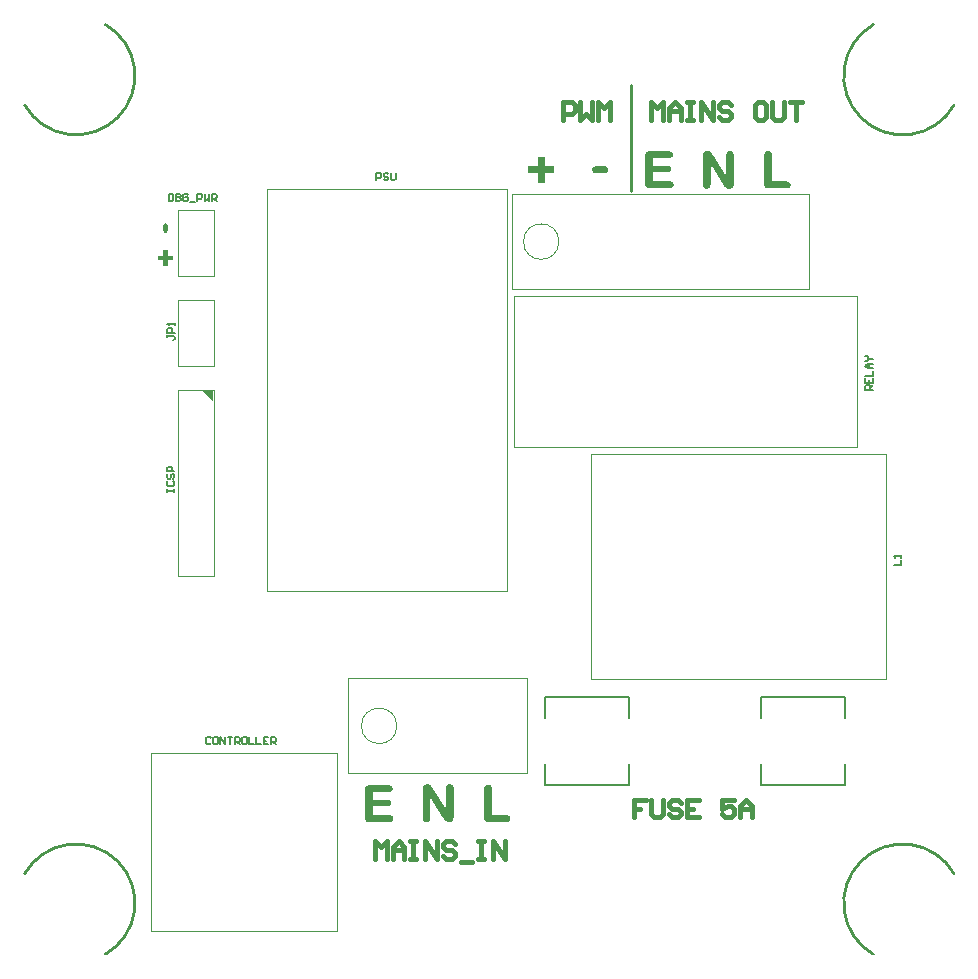
<source format=gbr>
%TF.GenerationSoftware,Altium Limited,Altium Designer,20.1.8 (145)*%
G04 Layer_Color=16777215*
%FSLAX45Y45*%
%MOMM*%
%TF.SameCoordinates,6D2D8FCC-EB96-405E-AB85-A4400E8CD33B*%
%TF.FilePolarity,Positive*%
%TF.FileFunction,Legend,Top*%
%TF.Part,Single*%
G01*
G75*
%TA.AperFunction,NonConductor*%
%ADD38C,0.25000*%
%ADD39C,0.25400*%
%ADD41C,0.10160*%
%ADD42C,0.12700*%
%ADD64C,0.40000*%
G36*
X1663200Y4841000D02*
Y4741000D01*
X1563200Y4841000D01*
X1663200D01*
D02*
G37*
G36*
X1680840Y4754500D02*
D01*
D02*
G37*
G36*
X3154518Y1496794D02*
X3158221Y1496331D01*
X3162386Y1495405D01*
X3166551Y1494017D01*
X3170716Y1492166D01*
X3173955Y1489389D01*
X3174418Y1488926D01*
X3175344Y1488001D01*
X3176732Y1486149D01*
X3178583Y1483835D01*
X3179972Y1481059D01*
X3181360Y1477819D01*
X3182285Y1473654D01*
X3182748Y1469489D01*
Y1469026D01*
Y1467638D01*
X3182285Y1465324D01*
X3181823Y1462084D01*
X3180434Y1458845D01*
X3179046Y1455605D01*
X3176732Y1452366D01*
X3173955Y1449126D01*
X3173493Y1448664D01*
X3172567Y1448201D01*
X3170253Y1446812D01*
X3167939Y1445424D01*
X3164237Y1444036D01*
X3160072Y1443110D01*
X3154981Y1442185D01*
X3148965Y1441722D01*
X3015682D01*
Y1375543D01*
X3141097D01*
X3143874Y1375080D01*
X3147114Y1374618D01*
X3151279Y1373692D01*
X3154981Y1372304D01*
X3159146Y1370452D01*
X3162386Y1367676D01*
X3162848Y1367213D01*
X3163774Y1366287D01*
X3165162Y1364899D01*
X3166551Y1362585D01*
X3167939Y1359808D01*
X3169327Y1356569D01*
X3170253Y1352404D01*
X3170716Y1348239D01*
Y1347776D01*
Y1346387D01*
X3170253Y1344074D01*
X3169790Y1341297D01*
X3168865Y1338057D01*
X3167013Y1334818D01*
X3165162Y1331578D01*
X3162386Y1328339D01*
X3161923Y1327876D01*
X3160997Y1327413D01*
X3159146Y1326025D01*
X3156369Y1324636D01*
X3153130Y1323248D01*
X3148965Y1322322D01*
X3143874Y1321397D01*
X3138321Y1320934D01*
X3015682D01*
Y1242723D01*
X3156832D01*
X3159609Y1242260D01*
X3163311Y1241797D01*
X3167476Y1240872D01*
X3171641Y1239021D01*
X3175344Y1237169D01*
X3179046Y1234393D01*
X3179509Y1233930D01*
X3180434Y1233004D01*
X3181823Y1231153D01*
X3183674Y1228839D01*
X3185062Y1226063D01*
X3186451Y1222360D01*
X3187376Y1218658D01*
X3187839Y1214030D01*
Y1213567D01*
Y1212179D01*
X3187376Y1209865D01*
X3186913Y1206625D01*
X3185525Y1203386D01*
X3184137Y1200146D01*
X3181823Y1196907D01*
X3179046Y1193667D01*
X3178583Y1193205D01*
X3177658Y1192279D01*
X3175344Y1191353D01*
X3172567Y1189965D01*
X3168865Y1188114D01*
X3164700Y1187188D01*
X3159609Y1186263D01*
X3154055Y1185800D01*
X2983287D01*
X2979584Y1186263D01*
X2974956Y1187188D01*
X2969866Y1188114D01*
X2964775Y1189965D01*
X2959684Y1192279D01*
X2955519Y1195519D01*
X2955057Y1195981D01*
X2954131Y1197370D01*
X2952280Y1199684D01*
X2950891Y1203386D01*
X2949040Y1208014D01*
X2947189Y1213105D01*
X2946264Y1220046D01*
X2945801Y1227451D01*
Y1455143D01*
Y1455605D01*
Y1457457D01*
X2946264Y1460233D01*
Y1463473D01*
X2947652Y1471340D01*
X2948578Y1475043D01*
X2949966Y1478745D01*
X2950429Y1479208D01*
X2950891Y1480133D01*
X2951817Y1481984D01*
X2953668Y1484298D01*
X2957833Y1488926D01*
X2960610Y1490777D01*
X2963850Y1492628D01*
X2964312D01*
X2965701Y1493554D01*
X2967552Y1494017D01*
X2970329Y1494942D01*
X2973568Y1495868D01*
X2977733Y1496331D01*
X2981898Y1497256D01*
X3151741D01*
X3154518Y1496794D01*
D02*
G37*
G36*
X1261058Y6255117D02*
X1263557Y6254561D01*
X1265778Y6253728D01*
X1267444Y6252618D01*
X1268832Y6251785D01*
X1269942Y6250952D01*
X1270498Y6250397D01*
X1270775Y6250119D01*
X1272441Y6247898D01*
X1273551Y6245400D01*
X1274384Y6242901D01*
X1274940Y6240403D01*
X1275217Y6238182D01*
X1275495Y6236516D01*
Y6195705D01*
X1275217Y6192096D01*
X1274662Y6188765D01*
X1274107Y6185989D01*
X1272996Y6183768D01*
X1272163Y6182102D01*
X1271608Y6180991D01*
X1271053Y6180159D01*
X1270775Y6179881D01*
X1268832Y6178215D01*
X1266611Y6176827D01*
X1264668Y6175994D01*
X1262724Y6175161D01*
X1260781Y6174884D01*
X1259393Y6174606D01*
X1258560D01*
X1258282D01*
X1255506Y6174884D01*
X1253007Y6175439D01*
X1250786Y6176272D01*
X1248843Y6177382D01*
X1247455Y6178493D01*
X1246344Y6179326D01*
X1245789Y6179881D01*
X1245512Y6180159D01*
X1243846Y6182380D01*
X1242735Y6184878D01*
X1241625Y6187377D01*
X1241070Y6189875D01*
X1240792Y6192096D01*
X1240514Y6194040D01*
Y6234850D01*
X1240792Y6238459D01*
X1241347Y6241513D01*
X1242180Y6244289D01*
X1243013Y6246510D01*
X1243846Y6248176D01*
X1244679Y6249286D01*
X1245234Y6250119D01*
X1245512Y6250397D01*
X1247455Y6252063D01*
X1249676Y6253173D01*
X1251619Y6254284D01*
X1253840Y6254839D01*
X1255506Y6255117D01*
X1256894Y6255394D01*
X1258005D01*
X1258282D01*
X1261058Y6255117D01*
D02*
G37*
G36*
X1277326Y5979601D02*
X1324799D01*
Y5942400D01*
X1277326D01*
Y5894649D01*
X1239847D01*
Y5942400D01*
X1192374D01*
Y5979601D01*
X1239847D01*
Y6027352D01*
X1277326D01*
Y5979601D01*
D02*
G37*
G36*
X4976980Y6737468D02*
X4980682Y6737005D01*
X4984847Y6736079D01*
X4989012Y6734228D01*
X4993177Y6732377D01*
X4996880Y6729600D01*
X4997343Y6729138D01*
X4998268Y6728212D01*
X4999656Y6726361D01*
X5001508Y6724047D01*
X5003359Y6720807D01*
X5004747Y6717105D01*
X5005673Y6712940D01*
X5006136Y6708312D01*
Y6707849D01*
Y6706461D01*
X5005673Y6704147D01*
X5005210Y6700908D01*
X5003822Y6697668D01*
X5002433Y6694429D01*
X5000119Y6690726D01*
X4997343Y6687487D01*
X4996880Y6687024D01*
X4995491Y6686098D01*
X4993640Y6685173D01*
X4990864Y6683784D01*
X4987161Y6681933D01*
X4982533Y6681008D01*
X4976980Y6680082D01*
X4970964Y6679619D01*
X4902934D01*
X4900157Y6680082D01*
X4896455Y6680545D01*
X4892290Y6681471D01*
X4888125Y6682859D01*
X4883959Y6684710D01*
X4880257Y6687487D01*
X4879794Y6687950D01*
X4878869Y6688875D01*
X4877480Y6690726D01*
X4876092Y6693040D01*
X4874241Y6695817D01*
X4872853Y6699519D01*
X4871927Y6703684D01*
X4871464Y6708312D01*
Y6708775D01*
Y6710626D01*
X4871927Y6712940D01*
X4872390Y6715717D01*
X4873315Y6719419D01*
X4875167Y6722659D01*
X4877018Y6726361D01*
X4879794Y6729600D01*
X4880257Y6730063D01*
X4881646Y6730989D01*
X4883497Y6732377D01*
X4886273Y6733766D01*
X4889976Y6735154D01*
X4894604Y6736542D01*
X4899694Y6737468D01*
X4905711Y6737931D01*
X4973740D01*
X4976980Y6737468D01*
D02*
G37*
G36*
X4469807Y6740013D02*
X4549406D01*
Y6677537D01*
X4469807D01*
Y6598400D01*
X4407793D01*
Y6677537D01*
X4328194D01*
Y6740013D01*
X4407793D01*
Y6819150D01*
X4469807D01*
Y6740013D01*
D02*
G37*
G36*
X3669790Y1506975D02*
X3673493Y1506049D01*
X3677195Y1505124D01*
X3681360Y1503273D01*
X3685062Y1500496D01*
X3688765Y1497256D01*
X3689227Y1496794D01*
X3690153Y1495405D01*
X3691541Y1493091D01*
X3693392Y1489852D01*
X3695244Y1485687D01*
X3696632Y1480596D01*
X3697558Y1475043D01*
X3698020Y1468101D01*
Y1229765D01*
Y1229302D01*
Y1227914D01*
X3697558Y1225600D01*
Y1222823D01*
X3697095Y1219584D01*
X3696169Y1215881D01*
X3693392Y1208014D01*
X3691078Y1203849D01*
X3688765Y1199684D01*
X3685525Y1195981D01*
X3681823Y1192742D01*
X3677658Y1189965D01*
X3672567Y1187651D01*
X3666551Y1186263D01*
X3660072Y1185800D01*
X3656832D01*
X3654518Y1186263D01*
X3648965Y1187188D01*
X3643411Y1188577D01*
X3642949D01*
X3642023Y1189040D01*
X3641097Y1189502D01*
X3639246Y1190428D01*
X3634618Y1192742D01*
X3629990Y1196444D01*
X3629528Y1196907D01*
X3629065Y1197370D01*
X3626288Y1200146D01*
X3622586Y1203849D01*
X3618884Y1208477D01*
Y1208939D01*
X3617958Y1209402D01*
X3617495Y1210791D01*
X3616107Y1212642D01*
X3612867Y1217270D01*
X3609165Y1222823D01*
X3501798Y1398682D01*
Y1225137D01*
Y1224211D01*
Y1221897D01*
X3501335Y1218658D01*
X3500410Y1214493D01*
X3499484Y1209865D01*
X3497633Y1204774D01*
X3495319Y1200146D01*
X3492080Y1195981D01*
X3491617Y1195519D01*
X3490228Y1194593D01*
X3488377Y1192742D01*
X3485601Y1190891D01*
X3482361Y1189040D01*
X3478196Y1187188D01*
X3473568Y1186263D01*
X3468477Y1185800D01*
X3466164D01*
X3463387Y1186263D01*
X3459684Y1187188D01*
X3455982Y1188114D01*
X3451817Y1189965D01*
X3448115Y1192742D01*
X3444412Y1195981D01*
X3443950Y1196444D01*
X3443024Y1197833D01*
X3441636Y1200146D01*
X3440247Y1203386D01*
X3438396Y1207551D01*
X3437008Y1212179D01*
X3436082Y1218195D01*
X3435619Y1224674D01*
Y1458382D01*
Y1459308D01*
Y1461159D01*
Y1463936D01*
X3436082Y1467175D01*
X3437008Y1475043D01*
X3437933Y1479208D01*
X3438859Y1482447D01*
X3439322Y1482910D01*
X3439785Y1484298D01*
X3440710Y1486612D01*
X3442561Y1488926D01*
X3444412Y1492166D01*
X3447189Y1494942D01*
X3449966Y1497719D01*
X3453668Y1500496D01*
X3454131Y1500959D01*
X3455519Y1501421D01*
X3457371Y1502810D01*
X3460147Y1504198D01*
X3463387Y1505124D01*
X3467089Y1506512D01*
X3471254Y1506975D01*
X3475419Y1507438D01*
X3478659D01*
X3480973Y1506975D01*
X3486063Y1506049D01*
X3491154Y1504198D01*
X3491617D01*
X3492542Y1503735D01*
X3495319Y1501884D01*
X3499021Y1499107D01*
X3503187Y1495868D01*
X3503649D01*
X3504112Y1494942D01*
X3506426Y1492628D01*
X3509666Y1488463D01*
X3512905Y1483373D01*
Y1482910D01*
X3513831Y1481984D01*
X3514756Y1480596D01*
X3516145Y1478745D01*
X3519384Y1473654D01*
X3523086Y1467638D01*
X3632767Y1292241D01*
Y1468101D01*
Y1469026D01*
Y1471340D01*
X3633230Y1474580D01*
X3633693Y1478745D01*
X3634618Y1483373D01*
X3636469Y1488463D01*
X3638321Y1493091D01*
X3641097Y1497256D01*
X3641560Y1497719D01*
X3642949Y1498645D01*
X3644800Y1500496D01*
X3647576Y1502347D01*
X3650816Y1504198D01*
X3654981Y1506049D01*
X3659609Y1506975D01*
X3664700Y1507438D01*
X3667013D01*
X3669790Y1506975D01*
D02*
G37*
G36*
X3994162Y1501884D02*
X3997864Y1500959D01*
X4001567Y1499570D01*
X4006195Y1497719D01*
X4010360Y1495405D01*
X4014062Y1491703D01*
X4014525Y1491240D01*
X4015450Y1489852D01*
X4017302Y1487075D01*
X4019153Y1483835D01*
X4021004Y1479670D01*
X4022855Y1474117D01*
X4023781Y1468101D01*
X4024243Y1460696D01*
Y1244574D01*
X4146419D01*
X4149659Y1244111D01*
X4153361Y1243649D01*
X4157526Y1242260D01*
X4162154Y1240872D01*
X4166319Y1238558D01*
X4170022Y1235781D01*
X4170484Y1235318D01*
X4171410Y1234393D01*
X4172798Y1232542D01*
X4174650Y1230228D01*
X4176501Y1226988D01*
X4177889Y1223286D01*
X4178815Y1219584D01*
X4179277Y1214956D01*
Y1214493D01*
Y1212642D01*
X4178815Y1210328D01*
X4178352Y1207551D01*
X4176963Y1203849D01*
X4175575Y1200609D01*
X4173261Y1196907D01*
X4170022Y1193667D01*
X4169559Y1193205D01*
X4168170Y1192279D01*
X4166319Y1191353D01*
X4163080Y1189965D01*
X4159378Y1188114D01*
X4155212Y1187188D01*
X4149659Y1186263D01*
X4143643Y1185800D01*
X3991848D01*
X3988146Y1186263D01*
X3983518Y1187188D01*
X3978427Y1188114D01*
X3973337Y1189965D01*
X3968246Y1192279D01*
X3964081Y1195519D01*
X3963618Y1195981D01*
X3962693Y1197370D01*
X3960841Y1199684D01*
X3959453Y1203386D01*
X3957602Y1208014D01*
X3955751Y1213105D01*
X3954825Y1220046D01*
X3954362Y1227451D01*
Y1460696D01*
Y1461159D01*
Y1461622D01*
Y1463936D01*
X3954825Y1467638D01*
X3955751Y1472266D01*
X3956676Y1477356D01*
X3958065Y1482447D01*
X3960379Y1487538D01*
X3963618Y1491703D01*
X3964081Y1492166D01*
X3965469Y1493554D01*
X3967320Y1494942D01*
X3970560Y1497256D01*
X3973800Y1499107D01*
X3978427Y1500496D01*
X3983055Y1501884D01*
X3988609Y1502347D01*
X3991385D01*
X3994162Y1501884D01*
D02*
G37*
G36*
X6366142Y6866586D02*
X6369845Y6865660D01*
X6373547Y6864272D01*
X6378175Y6862421D01*
X6382340Y6860107D01*
X6386042Y6856404D01*
X6386505Y6855942D01*
X6387430Y6854553D01*
X6389282Y6851776D01*
X6391133Y6848537D01*
X6392984Y6844372D01*
X6394835Y6838818D01*
X6395761Y6832802D01*
X6396223Y6825398D01*
Y6609276D01*
X6518399D01*
X6521639Y6608813D01*
X6525341Y6608350D01*
X6529506Y6606962D01*
X6534134Y6605573D01*
X6538299Y6603259D01*
X6542002Y6600483D01*
X6542464Y6600020D01*
X6543390Y6599094D01*
X6544778Y6597243D01*
X6546630Y6594929D01*
X6548481Y6591690D01*
X6549869Y6587987D01*
X6550795Y6584285D01*
X6551257Y6579657D01*
Y6579194D01*
Y6577343D01*
X6550795Y6575029D01*
X6550332Y6572253D01*
X6548943Y6568550D01*
X6547555Y6565311D01*
X6545241Y6561608D01*
X6542002Y6558369D01*
X6541539Y6557906D01*
X6540150Y6556981D01*
X6538299Y6556055D01*
X6535060Y6554667D01*
X6531358Y6552815D01*
X6527192Y6551890D01*
X6521639Y6550964D01*
X6515623Y6550502D01*
X6363828D01*
X6360126Y6550964D01*
X6355498Y6551890D01*
X6350407Y6552815D01*
X6345317Y6554667D01*
X6340226Y6556981D01*
X6336061Y6560220D01*
X6335598Y6560683D01*
X6334673Y6562071D01*
X6332821Y6564385D01*
X6331433Y6568087D01*
X6329582Y6572715D01*
X6327731Y6577806D01*
X6326805Y6584748D01*
X6326342Y6592152D01*
Y6825398D01*
Y6825860D01*
Y6826323D01*
Y6828637D01*
X6326805Y6832339D01*
X6327731Y6836967D01*
X6328656Y6842058D01*
X6330045Y6847149D01*
X6332359Y6852239D01*
X6335598Y6856404D01*
X6336061Y6856867D01*
X6337449Y6858256D01*
X6339301Y6859644D01*
X6342540Y6861958D01*
X6345780Y6863809D01*
X6350407Y6865197D01*
X6355035Y6866586D01*
X6360589Y6867048D01*
X6363365D01*
X6366142Y6866586D01*
D02*
G37*
G36*
X6041770Y6869131D02*
X6045473Y6868205D01*
X6049175Y6867280D01*
X6053340Y6865429D01*
X6057042Y6862652D01*
X6060745Y6859412D01*
X6061207Y6858950D01*
X6062133Y6857561D01*
X6063521Y6855247D01*
X6065372Y6852008D01*
X6067224Y6847843D01*
X6068612Y6842752D01*
X6069538Y6837199D01*
X6070000Y6830257D01*
Y6591921D01*
Y6591458D01*
Y6590070D01*
X6069538Y6587756D01*
Y6584979D01*
X6069075Y6581740D01*
X6068149Y6578037D01*
X6065372Y6570170D01*
X6063058Y6566005D01*
X6060745Y6561840D01*
X6057505Y6558138D01*
X6053803Y6554898D01*
X6049638Y6552121D01*
X6044547Y6549807D01*
X6038531Y6548419D01*
X6032052Y6547956D01*
X6028812D01*
X6026498Y6548419D01*
X6020945Y6549345D01*
X6015391Y6550733D01*
X6014929D01*
X6014003Y6551196D01*
X6013077Y6551658D01*
X6011226Y6552584D01*
X6006598Y6554898D01*
X6001970Y6558600D01*
X6001508Y6559063D01*
X6001045Y6559526D01*
X5998268Y6562303D01*
X5994566Y6566005D01*
X5990864Y6570633D01*
Y6571096D01*
X5989938Y6571558D01*
X5989475Y6572947D01*
X5988087Y6574798D01*
X5984847Y6579426D01*
X5981145Y6584979D01*
X5873778Y6760839D01*
Y6587293D01*
Y6586368D01*
Y6584054D01*
X5873315Y6580814D01*
X5872390Y6576649D01*
X5871464Y6572021D01*
X5869613Y6566930D01*
X5867299Y6562303D01*
X5864060Y6558138D01*
X5863597Y6557675D01*
X5862208Y6556749D01*
X5860357Y6554898D01*
X5857581Y6553047D01*
X5854341Y6551196D01*
X5850176Y6549345D01*
X5845548Y6548419D01*
X5840457Y6547956D01*
X5838144D01*
X5835367Y6548419D01*
X5831664Y6549345D01*
X5827962Y6550270D01*
X5823797Y6552121D01*
X5820095Y6554898D01*
X5816392Y6558138D01*
X5815930Y6558600D01*
X5815004Y6559989D01*
X5813616Y6562303D01*
X5812227Y6565542D01*
X5810376Y6569707D01*
X5808988Y6574335D01*
X5808062Y6580351D01*
X5807600Y6586830D01*
Y6820538D01*
Y6821464D01*
Y6823315D01*
Y6826092D01*
X5808062Y6829331D01*
X5808988Y6837199D01*
X5809913Y6841364D01*
X5810839Y6844603D01*
X5811302Y6845066D01*
X5811765Y6846454D01*
X5812690Y6848768D01*
X5814541Y6851082D01*
X5816392Y6854322D01*
X5819169Y6857099D01*
X5821946Y6859875D01*
X5825648Y6862652D01*
X5826111Y6863115D01*
X5827499Y6863578D01*
X5829351Y6864966D01*
X5832127Y6866354D01*
X5835367Y6867280D01*
X5839069Y6868668D01*
X5843234Y6869131D01*
X5847399Y6869594D01*
X5850639D01*
X5852953Y6869131D01*
X5858043Y6868205D01*
X5863134Y6866354D01*
X5863597D01*
X5864522Y6865892D01*
X5867299Y6864040D01*
X5871001Y6861264D01*
X5875167Y6858024D01*
X5875629D01*
X5876092Y6857099D01*
X5878406Y6854785D01*
X5881646Y6850620D01*
X5884885Y6845529D01*
Y6845066D01*
X5885811Y6844140D01*
X5886736Y6842752D01*
X5888125Y6840901D01*
X5891364Y6835810D01*
X5895066Y6829794D01*
X6004747Y6654397D01*
Y6830257D01*
Y6831182D01*
Y6833496D01*
X6005210Y6836736D01*
X6005673Y6840901D01*
X6006598Y6845529D01*
X6008450Y6850620D01*
X6010301Y6855247D01*
X6013077Y6859412D01*
X6013540Y6859875D01*
X6014929Y6860801D01*
X6016780Y6862652D01*
X6019556Y6864503D01*
X6022796Y6866354D01*
X6026961Y6868205D01*
X6031589Y6869131D01*
X6036680Y6869594D01*
X6038994D01*
X6041770Y6869131D01*
D02*
G37*
G36*
X5526498Y6864040D02*
X5530201Y6863578D01*
X5534366Y6862652D01*
X5538531Y6861264D01*
X5542696Y6859412D01*
X5545935Y6856636D01*
X5546398Y6856173D01*
X5547324Y6855247D01*
X5548712Y6853396D01*
X5550563Y6851082D01*
X5551952Y6848306D01*
X5553340Y6845066D01*
X5554265Y6840901D01*
X5554728Y6836736D01*
Y6836273D01*
Y6834885D01*
X5554265Y6832571D01*
X5553803Y6829331D01*
X5552414Y6826092D01*
X5551026Y6822852D01*
X5548712Y6819613D01*
X5545935Y6816373D01*
X5545473Y6815910D01*
X5544547Y6815448D01*
X5542233Y6814059D01*
X5539919Y6812671D01*
X5536217Y6811283D01*
X5532052Y6810357D01*
X5526961Y6809431D01*
X5520945Y6808969D01*
X5387662D01*
Y6742790D01*
X5513077D01*
X5515854Y6742327D01*
X5519094Y6741864D01*
X5523259Y6740939D01*
X5526961Y6739550D01*
X5531126Y6737699D01*
X5534366Y6734923D01*
X5534828Y6734460D01*
X5535754Y6733534D01*
X5537142Y6732146D01*
X5538531Y6729832D01*
X5539919Y6727055D01*
X5541307Y6723816D01*
X5542233Y6719651D01*
X5542696Y6715485D01*
Y6715023D01*
Y6713634D01*
X5542233Y6711320D01*
X5541770Y6708544D01*
X5540845Y6705304D01*
X5538993Y6702065D01*
X5537142Y6698825D01*
X5534366Y6695586D01*
X5533903Y6695123D01*
X5532977Y6694660D01*
X5531126Y6693272D01*
X5528349Y6691883D01*
X5525110Y6690495D01*
X5520945Y6689569D01*
X5515854Y6688644D01*
X5510301Y6688181D01*
X5387662D01*
Y6609970D01*
X5528812D01*
X5531589Y6609507D01*
X5535291Y6609044D01*
X5539456Y6608119D01*
X5543621Y6606267D01*
X5547324Y6604416D01*
X5551026Y6601640D01*
X5551489Y6601177D01*
X5552414Y6600251D01*
X5553803Y6598400D01*
X5555654Y6596086D01*
X5557042Y6593309D01*
X5558431Y6589607D01*
X5559356Y6585905D01*
X5559819Y6581277D01*
Y6580814D01*
Y6579426D01*
X5559356Y6577112D01*
X5558893Y6573872D01*
X5557505Y6570633D01*
X5556117Y6567393D01*
X5553803Y6564154D01*
X5551026Y6560914D01*
X5550563Y6560451D01*
X5549638Y6559526D01*
X5547324Y6558600D01*
X5544547Y6557212D01*
X5540845Y6555361D01*
X5536680Y6554435D01*
X5531589Y6553510D01*
X5526035Y6553047D01*
X5355267D01*
X5351564Y6553510D01*
X5346936Y6554435D01*
X5341846Y6555361D01*
X5336755Y6557212D01*
X5331664Y6559526D01*
X5327499Y6562765D01*
X5327037Y6563228D01*
X5326111Y6564617D01*
X5324260Y6566930D01*
X5322871Y6570633D01*
X5321020Y6575261D01*
X5319169Y6580351D01*
X5318244Y6587293D01*
X5317781Y6594698D01*
Y6822389D01*
Y6822852D01*
Y6824703D01*
X5318244Y6827480D01*
Y6830720D01*
X5319632Y6838587D01*
X5320558Y6842289D01*
X5321946Y6845992D01*
X5322409Y6846454D01*
X5322871Y6847380D01*
X5323797Y6849231D01*
X5325648Y6851545D01*
X5329813Y6856173D01*
X5332590Y6858024D01*
X5335830Y6859875D01*
X5336292D01*
X5337681Y6860801D01*
X5339532Y6861264D01*
X5342309Y6862189D01*
X5345548Y6863115D01*
X5349713Y6863578D01*
X5353878Y6864503D01*
X5523721D01*
X5526498Y6864040D01*
D02*
G37*
D38*
X5200000Y6525000D02*
Y7425000D01*
D39*
X7933013Y750000D02*
G03*
X7250000Y66987I-433013J-250000D01*
G01*
Y7935784D02*
G03*
X7933013Y7252771I250000J-433013D01*
G01*
X66987Y7254405D02*
G03*
X750000Y7937418I433013J250000D01*
G01*
Y66987D02*
G03*
X66987Y750000I-250000J433013D01*
G01*
D41*
X4588800Y6100000D02*
G03*
X4588800Y6100000I-150000J0D01*
G01*
X3216820Y2000000D02*
G03*
X3216820Y2000000I-150000J0D01*
G01*
X1360800Y5605400D02*
X1665600D01*
X1360800Y5046600D02*
Y5605400D01*
Y5046600D02*
X1665600D01*
Y5605400D01*
X2712600Y266000D02*
Y1768500D01*
X1135100D02*
X2712600D01*
X1135100Y266000D02*
Y1768500D01*
Y266000D02*
X2712600D01*
X4188800Y6501320D02*
X6703800D01*
Y5698680D02*
Y6501320D01*
X4188800Y5698680D02*
X6703800D01*
X4188800D02*
Y6501320D01*
X4207660Y4364380D02*
Y5636920D01*
Y4364380D02*
X7110880D01*
Y5636920D01*
X4207660D02*
X7110880D01*
X4860100Y2395040D02*
Y4300040D01*
Y2395040D02*
X7362000D01*
Y4300040D01*
X4860100D02*
X7362000D01*
X2799740Y2401320D02*
X4318660D01*
Y1598680D02*
Y2401320D01*
X2799740Y1598680D02*
X4318660D01*
X2799740D02*
Y2401320D01*
X2117200Y3144000D02*
Y6547600D01*
X4149200D01*
Y3144000D02*
Y6547600D01*
X2117200Y3144000D02*
X4149200D01*
X1360800Y3268600D02*
X1665600D01*
Y4843400D01*
X1360800Y3268600D02*
Y4843400D01*
X1665600D01*
X1360800Y5808600D02*
Y6367400D01*
X1665600D01*
Y5808600D02*
Y6367400D01*
X1360800Y5808600D02*
X1665600D01*
D42*
X4470300Y2065000D02*
Y2248000D01*
Y1498000D02*
Y1681000D01*
Y1498000D02*
X5181500D01*
Y1681000D01*
Y2065000D02*
Y2248000D01*
X4470300D02*
X5181500D01*
X6299100Y2065000D02*
Y2248000D01*
Y1498000D02*
Y1681000D01*
Y1498000D02*
X7010300D01*
Y1681000D01*
Y2065000D02*
Y2248000D01*
X6299100D02*
X7010300D01*
X1284666Y6504549D02*
Y6443608D01*
X1315136D01*
X1325293Y6453765D01*
Y6494392D01*
X1315136Y6504549D01*
X1284666D01*
X1345606D02*
Y6443608D01*
X1376076D01*
X1386233Y6453765D01*
Y6463922D01*
X1376076Y6474078D01*
X1345606D01*
X1376076D01*
X1386233Y6484235D01*
Y6494392D01*
X1376076Y6504549D01*
X1345606D01*
X1447173Y6494392D02*
X1437017Y6504549D01*
X1416703D01*
X1406547Y6494392D01*
Y6453765D01*
X1416703Y6443608D01*
X1437017D01*
X1447173Y6453765D01*
Y6474078D01*
X1426860D01*
X1467487Y6433452D02*
X1508114D01*
X1528427Y6443608D02*
Y6504549D01*
X1558897D01*
X1569054Y6494392D01*
Y6474078D01*
X1558897Y6463922D01*
X1528427D01*
X1589367Y6504549D02*
Y6443608D01*
X1609681Y6463922D01*
X1629994Y6443608D01*
Y6504549D01*
X1650307Y6443608D02*
Y6504549D01*
X1680777D01*
X1690934Y6494392D01*
Y6474078D01*
X1680777Y6463922D01*
X1650307D01*
X1670621D02*
X1690934Y6443608D01*
X7244953Y4843658D02*
X7184013D01*
Y4874128D01*
X7194170Y4884285D01*
X7214483D01*
X7224640Y4874128D01*
Y4843658D01*
Y4863971D02*
X7244953Y4884285D01*
X7184013Y4945225D02*
Y4904598D01*
X7244953D01*
Y4945225D01*
X7214483Y4904598D02*
Y4924911D01*
X7184013Y4965538D02*
X7244953D01*
Y5006165D01*
Y5026478D02*
X7204326D01*
X7184013Y5046792D01*
X7204326Y5067105D01*
X7244953D01*
X7214483D01*
Y5026478D01*
X7184013Y5087419D02*
X7194170D01*
X7214483Y5107732D01*
X7194170Y5128045D01*
X7184013D01*
X7214483Y5107732D02*
X7244953D01*
X3044096Y6617531D02*
Y6678472D01*
X3074566D01*
X3084723Y6668315D01*
Y6648001D01*
X3074566Y6637845D01*
X3044096D01*
X3145663Y6668315D02*
X3135506Y6678472D01*
X3115193D01*
X3105036Y6668315D01*
Y6658158D01*
X3115193Y6648001D01*
X3135506D01*
X3145663Y6637845D01*
Y6627688D01*
X3135506Y6617531D01*
X3115193D01*
X3105036Y6627688D01*
X3165976Y6678472D02*
Y6627688D01*
X3176133Y6617531D01*
X3196446D01*
X3206603Y6627688D01*
Y6678472D01*
X7427218Y3363129D02*
X7488158D01*
Y3403756D01*
Y3424070D02*
Y3444383D01*
Y3434226D01*
X7427218D01*
X7437375Y3424070D01*
X1274356Y5308974D02*
Y5288661D01*
Y5298818D01*
X1325140D01*
X1335297Y5288661D01*
Y5278504D01*
X1325140Y5268348D01*
X1335297Y5329288D02*
X1274356D01*
Y5359758D01*
X1284513Y5369915D01*
X1304826D01*
X1314983Y5359758D01*
Y5329288D01*
X1335297Y5390228D02*
Y5410541D01*
Y5400385D01*
X1274356D01*
X1284513Y5390228D01*
X1271910Y3982375D02*
Y4002688D01*
Y3992531D01*
X1332850D01*
Y3982375D01*
Y4002688D01*
X1282067Y4073785D02*
X1271910Y4063628D01*
Y4043315D01*
X1282067Y4033158D01*
X1322693D01*
X1332850Y4043315D01*
Y4063628D01*
X1322693Y4073785D01*
X1282067Y4134725D02*
X1271910Y4124568D01*
Y4104255D01*
X1282067Y4094098D01*
X1292223D01*
X1302380Y4104255D01*
Y4124568D01*
X1312537Y4134725D01*
X1322693D01*
X1332850Y4124568D01*
Y4104255D01*
X1322693Y4094098D01*
X1332850Y4155038D02*
X1271910D01*
Y4185509D01*
X1282067Y4195665D01*
X1302380D01*
X1312537Y4185509D01*
Y4155038D01*
X1641492Y1896048D02*
X1631335Y1906204D01*
X1611021D01*
X1600865Y1896048D01*
Y1855421D01*
X1611021Y1845264D01*
X1631335D01*
X1641492Y1855421D01*
X1692275Y1906204D02*
X1671962D01*
X1661805Y1896048D01*
Y1855421D01*
X1671962Y1845264D01*
X1692275D01*
X1702432Y1855421D01*
Y1896048D01*
X1692275Y1906204D01*
X1722745Y1845264D02*
Y1906204D01*
X1763372Y1845264D01*
Y1906204D01*
X1783685D02*
X1824312D01*
X1803999D01*
Y1845264D01*
X1844625D02*
Y1906204D01*
X1875096D01*
X1885252Y1896048D01*
Y1875734D01*
X1875096Y1865577D01*
X1844625D01*
X1864939D02*
X1885252Y1845264D01*
X1936036Y1906204D02*
X1915722D01*
X1905566Y1896048D01*
Y1855421D01*
X1915722Y1845264D01*
X1936036D01*
X1946192Y1855421D01*
Y1896048D01*
X1936036Y1906204D01*
X1966506D02*
Y1845264D01*
X2007133D01*
X2027446Y1906204D02*
Y1845264D01*
X2068073D01*
X2129013Y1906204D02*
X2088386D01*
Y1845264D01*
X2129013D01*
X2088386Y1875734D02*
X2108700D01*
X2149326Y1845264D02*
Y1906204D01*
X2179797D01*
X2189953Y1896048D01*
Y1875734D01*
X2179797Y1865577D01*
X2149326D01*
X2169640D02*
X2189953Y1845264D01*
D64*
X4621448Y7131564D02*
Y7281516D01*
X4696423D01*
X4721415Y7256524D01*
Y7206540D01*
X4696423Y7181548D01*
X4621448D01*
X4771399Y7281516D02*
Y7131564D01*
X4821383Y7181548D01*
X4871367Y7131564D01*
Y7281516D01*
X4921351Y7131564D02*
Y7281516D01*
X4971334Y7231532D01*
X5021318Y7281516D01*
Y7131564D01*
X5371205D02*
Y7281516D01*
X5421189Y7231532D01*
X5471172Y7281516D01*
Y7131564D01*
X5521156D02*
Y7231532D01*
X5571140Y7281516D01*
X5621124Y7231532D01*
Y7131564D01*
Y7206540D01*
X5521156D01*
X5671108Y7281516D02*
X5721092D01*
X5696100D01*
Y7131564D01*
X5671108D01*
X5721092D01*
X5796067D02*
Y7281516D01*
X5896035Y7131564D01*
Y7281516D01*
X6045986Y7256524D02*
X6020995Y7281516D01*
X5971011D01*
X5946019Y7256524D01*
Y7231532D01*
X5971011Y7206540D01*
X6020995D01*
X6045986Y7181548D01*
Y7156556D01*
X6020995Y7131564D01*
X5971011D01*
X5946019Y7156556D01*
X6320897Y7281516D02*
X6270914D01*
X6245922Y7256524D01*
Y7156556D01*
X6270914Y7131564D01*
X6320897D01*
X6345889Y7156556D01*
Y7256524D01*
X6320897Y7281516D01*
X6395873D02*
Y7156556D01*
X6420865Y7131564D01*
X6470849D01*
X6495841Y7156556D01*
Y7281516D01*
X6545825D02*
X6645792D01*
X6595808D01*
Y7131564D01*
X3031478Y871860D02*
Y1021812D01*
X3081462Y971828D01*
X3131446Y1021812D01*
Y871860D01*
X3181430D02*
Y971828D01*
X3231413Y1021812D01*
X3281397Y971828D01*
Y871860D01*
Y946836D01*
X3181430D01*
X3331381Y1021812D02*
X3381365D01*
X3356373D01*
Y871860D01*
X3331381D01*
X3381365D01*
X3456341D02*
Y1021812D01*
X3556308Y871860D01*
Y1021812D01*
X3706260Y996820D02*
X3681268Y1021812D01*
X3631284D01*
X3606292Y996820D01*
Y971828D01*
X3631284Y946836D01*
X3681268D01*
X3706260Y921844D01*
Y896852D01*
X3681268Y871860D01*
X3631284D01*
X3606292Y896852D01*
X3756243Y846869D02*
X3856211D01*
X3906195Y1021812D02*
X3956179D01*
X3931187D01*
Y871860D01*
X3906195D01*
X3956179D01*
X4031154D02*
Y1021812D01*
X4131122Y871860D01*
Y1021812D01*
X5322816Y1374708D02*
X5222849D01*
Y1299732D01*
X5272832D01*
X5222849D01*
Y1224757D01*
X5372800Y1374708D02*
Y1249748D01*
X5397792Y1224757D01*
X5447776D01*
X5472768Y1249748D01*
Y1374708D01*
X5622719Y1349716D02*
X5597727Y1374708D01*
X5547743D01*
X5522751Y1349716D01*
Y1324724D01*
X5547743Y1299732D01*
X5597727D01*
X5622719Y1274740D01*
Y1249748D01*
X5597727Y1224757D01*
X5547743D01*
X5522751Y1249748D01*
X5772670Y1374708D02*
X5672703D01*
Y1224757D01*
X5772670D01*
X5672703Y1299732D02*
X5722687D01*
X6072573Y1374708D02*
X5972606D01*
Y1299732D01*
X6022590Y1324724D01*
X6047582D01*
X6072573Y1299732D01*
Y1249748D01*
X6047582Y1224757D01*
X5997598D01*
X5972606Y1249748D01*
X6122557Y1224757D02*
Y1324724D01*
X6172541Y1374708D01*
X6222525Y1324724D01*
Y1224757D01*
Y1299732D01*
X6122557D01*
%TF.MD5,a596c79e4e470e8e081026c04e6d758f*%
M02*

</source>
